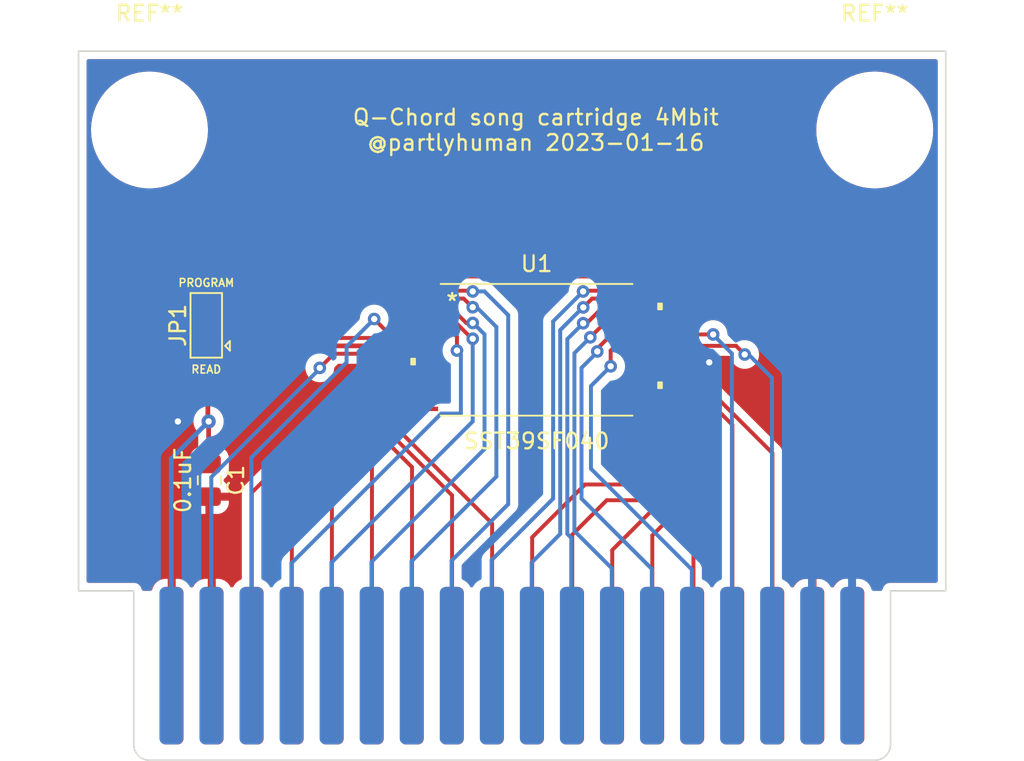
<source format=kicad_pcb>
(kicad_pcb (version 20211014) (generator pcbnew)
  (title_block (title "Q-Card 4Mbit Flash") (date "2023-01-16") (rev "1903842") (company "@partlyhuman"))
  (layers (0 "F.Cu" signal) (31 "B.Cu" signal) (34 "B.Paste" user) (35 "F.Paste" user) (36 "B.SilkS" user "B.Silkscreen") (37 "F.SilkS" user "F.Silkscreen") (38 "B.Mask" user) (39 "F.Mask" user) (44 "Edge.Cuts" user))
  (net 0 "")
  (net 1 "/VCC")
  (net 2 "/GND")
  (net 3 "/A16")
  (net 4 "/A15")
  (net 5 "/A12")
  (net 6 "/A7")
  (net 7 "/A6")
  (net 8 "/A5")
  (net 9 "/A4")
  (net 10 "/A3")
  (net 11 "/A2")
  (net 12 "/A1")
  (net 13 "/A0")
  (net 14 "/D0")
  (net 15 "/D1")
  (net 16 "/D2")
  (net 17 "/PGM")
  (net 18 "/A18")
  (net 19 "/A17")
  (net 20 "/A14")
  (net 21 "/A13")
  (net 22 "/A8")
  (net 23 "/A9")
  (net 24 "/A11")
  (net 25 "/OE")
  (net 26 "/A10")
  (net 27 "/CE")
  (net 28 "/D7")
  (net 29 "/D6")
  (net 30 "/D5")
  (net 31 "/D4")
  (net 32 "/D3")
  (net 33 "Net-(J1-Pad18)")
  (footprint "Jumper:SolderJumper-3_P1.3mm_Open_Pad1.0x1.5mm" (layer "F.Cu") (at 58.1 67.4 90)
    (fp_text reference "JP1" (at 0 -1.8 90) (layer "F.SilkS"))
    (fp_text value "SolderJumper_3_Open")
    (fp_line (start -2.05 -1) (end 2.05 -1) (layer "F.SilkS") (width 0.12))
    (fp_line (start 2.05 -1) (end 2.05 1) (layer "F.SilkS") (width 0.12))
    (fp_line (start -1.6 1.5) (end -1 1.5) (layer "F.SilkS") (width 0.12))
    (fp_line (start 2.05 1) (end -2.05 1) (layer "F.SilkS") (width 0.12))
    (fp_line (start -2.05 1) (end -2.05 -1) (layer "F.SilkS") (width 0.12))
    (fp_line (start -1.3 1.2) (end -1.6 1.5) (layer "F.SilkS") (width 0.12))
    (fp_line (start -1.3 1.2) (end -1 1.5) (layer "F.SilkS") (width 0.12))
    (pad "1" smd rect (at -1.3 0 90) (size 1 1.5) (layers "F.Cu" "F.Mask") (net 1 "/VCC"))
    (pad "2" smd rect (at 0 0 90) (size 1 1.5) (layers "F.Cu" "F.Mask") (net 17 "/PGM"))
    (pad "3" smd rect (at 1.3 0 90) (size 1 1.5) (layers "F.Cu" "F.Mask") (net 33 "Net-(J1-Pad18)"))
  )
  (footprint "MountingHole:MountingHole_6.4mm_M6" (layer "F.Cu") (at 54.5 55)
    (fp_text reference "REF**" (at 0 -7.4) (layer "F.SilkS"))
    (fp_text value "MountingHole_6.4mm_M6")
    (pad "" np_thru_hole circle (at 0 0) (size 6.4 6.4) (drill 6.4) (layers *.Cu *.Mask))
  )
  (footprint "REB_Flash:SST39SF040-55-4C-WHE-T" (layer "F.Cu") (at 79.050225 68.9525)
    (fp_text reference "U1" (at 0 -5.4525) (layer "F.SilkS"))
    (fp_text value "SST39SF040" (at 0 5.7975) (layer "F.SilkS"))
    (fp_text user "*" (at -5.350225 -3.0525) (layer "F.SilkS"))
    (fp_line (start -6.082791 4.1783) (end 6.082791 4.1783) (layer "F.SilkS") (width 0.12))
    (fp_line (start 6.082791 -4.1783) (end -6.082791 -4.1783) (layer "F.SilkS") (width 0.12))
    (fp_poly (pts (xy 7.957299 2.059501) (xy 7.957299 2.440501) (xy 7.703299 2.440501) (xy 7.703299 2.059501)) (layer "F.SilkS") (width 0.1) (fill solid))
    (fp_poly (pts (xy -7.957299 0.559501) (xy -7.957299 0.940501) (xy -7.703299 0.940501) (xy -7.703299 0.559501)) (layer "F.SilkS") (width 0.1) (fill solid))
    (fp_poly (pts (xy 7.957299 -2.9405) (xy 7.957299 -2.5595) (xy 7.703299 -2.5595) (xy 7.703299 -2.9405)) (layer "F.SilkS") (width 0.1) (fill solid))
    (pad "1" smd rect locked (at -6.848848 -3.75) (size 1.200899 0.2794) (layers "F.Cu" "F.Paste" "F.Mask") (net 24 "/A11"))
    (pad "2" smd rect locked (at -6.848848 -3.250001) (size 1.200899 0.2794) (layers "F.Cu" "F.Paste" "F.Mask") (net 23 "/A9"))
    (pad "3" smd rect locked (at -6.848848 -2.75) (size 1.200899 0.2794) (layers "F.Cu" "F.Paste" "F.Mask") (net 22 "/A8"))
    (pad "4" smd rect locked (at -6.848848 -2.250001) (size 1.200899 0.2794) (layers "F.Cu" "F.Paste" "F.Mask") (net 21 "/A13"))
    (pad "5" smd rect locked (at -6.848848 -1.749999) (size 1.200899 0.2794) (layers "F.Cu" "F.Paste" "F.Mask") (net 20 "/A14"))
    (pad "6" smd rect locked (at -6.848848 -1.25) (size 1.200899 0.2794) (layers "F.Cu" "F.Paste" "F.Mask") (net 19 "/A17"))
    (pad "7" smd rect locked (at -6.848848 -0.750001) (size 1.200899 0.2794) (layers "F.Cu" "F.Paste" "F.Mask") (net 17 "/PGM"))
    (pad "8" smd rect locked (at -6.848848 -0.25) (size 1.200899 0.2794) (layers "F.Cu" "F.Paste" "F.Mask") (net 1 "/VCC"))
    (pad "9" smd rect locked (at -6.848848 0.25) (size 1.200899 0.2794) (layers "F.Cu" "F.Paste" "F.Mask") (net 18 "/A18"))
    (pad "10" smd rect locked (at -6.848848 0.750001) (size 1.200899 0.2794) (layers "F.Cu" "F.Paste" "F.Mask") (net 3 "/A16"))
    (pad "11" smd rect locked (at -6.848848 1.25) (size 1.200899 0.2794) (layers "F.Cu" "F.Paste" "F.Mask") (net 4 "/A15"))
    (pad "12" smd rect locked (at -6.848848 1.749999) (size 1.200899 0.2794) (layers "F.Cu" "F.Paste" "F.Mask") (net 5 "/A12"))
    (pad "13" smd rect locked (at -6.848848 2.250001) (size 1.200899 0.2794) (layers "F.Cu" "F.Paste" "F.Mask") (net 6 "/A7"))
    (pad "14" smd rect locked (at -6.848848 2.75) (size 1.200899 0.2794) (layers "F.Cu" "F.Paste" "F.Mask") (net 7 "/A6"))
    (pad "15" smd rect locked (at -6.848848 3.250001) (size 1.200899 0.2794) (layers "F.Cu" "F.Paste" "F.Mask") (net 8 "/A5"))
    (pad "16" smd rect locked (at -6.848848 3.75) (size 1.200899 0.2794) (layers "F.Cu" "F.Paste" "F.Mask") (net 9 "/A4"))
    (pad "17" smd rect locked (at 6.848848 3.75) (size 1.200899 0.2794) (layers "F.Cu" "F.Paste" "F.Mask") (net 10 "/A3"))
    (pad "18" smd rect locked (at 6.848848 3.250001) (size 1.200899 0.2794) (layers "F.Cu" "F.Paste" "F.Mask") (net 11 "/A2"))
    (pad "19" smd rect locked (at 6.848848 2.75) (size 1.200899 0.2794) (layers "F.Cu" "F.Paste" "F.Mask") (net 12 "/A1"))
    (pad "20" smd rect locked (at 6.848848 2.250001) (size 1.200899 0.2794) (layers "F.Cu" "F.Paste" "F.Mask") (net 13 "/A0"))
    (pad "21" smd rect locked (at 6.848848 1.749999) (size 1.200899 0.2794) (layers "F.Cu" "F.Paste" "F.Mask") (net 14 "/D0"))
    (pad "22" smd rect locked (at 6.848848 1.25) (size 1.200899 0.2794) (layers "F.Cu" "F.Paste" "F.Mask") (net 15 "/D1"))
    (pad "23" smd rect locked (at 6.848848 0.750001) (size 1.200899 0.2794) (layers "F.Cu" "F.Paste" "F.Mask") (net 16 "/D2"))
    (pad "24" smd rect locked (at 6.848848 0.25) (size 1.200899 0.2794) (layers "F.Cu" "F.Paste" "F.Mask") (net 2 "/GND"))
    (pad "25" smd rect locked (at 6.848848 -0.25) (size 1.200899 0.2794) (layers "F.Cu" "F.Paste" "F.Mask") (net 32 "/D3"))
    (pad "26" smd rect locked (at 6.848848 -0.750001) (size 1.200899 0.2794) (layers "F.Cu" "F.Paste" "F.Mask") (net 31 "/D4"))
    (pad "27" smd rect locked (at 6.848848 -1.25) (size 1.200899 0.2794) (layers "F.Cu" "F.Paste" "F.Mask") (net 30 "/D5"))
    (pad "28" smd rect locked (at 6.848848 -1.749999) (size 1.200899 0.2794) (layers "F.Cu" "F.Paste" "F.Mask") (net 29 "/D6"))
    (pad "29" smd rect locked (at 6.848848 -2.250001) (size 1.200899 0.2794) (layers "F.Cu" "F.Paste" "F.Mask") (net 28 "/D7"))
    (pad "30" smd rect locked (at 6.848848 -2.75) (size 1.200899 0.2794) (layers "F.Cu" "F.Paste" "F.Mask") (net 27 "/CE"))
    (pad "31" smd rect locked (at 6.848848 -3.250001) (size 1.200899 0.2794) (layers "F.Cu" "F.Paste" "F.Mask") (net 26 "/A10"))
    (pad "32" smd rect locked (at 6.848848 -3.75) (size 1.200899 0.2794) (layers "F.Cu" "F.Paste" "F.Mask") (net 25 "/OE"))
  )
  (footprint "MountingHole:MountingHole_6.4mm_M6" (layer "F.Cu") (at 100.5 55)
    (fp_text reference "REF**" (at 0 -7.4) (layer "F.SilkS"))
    (fp_text value "MountingHole_6.4mm_M6")
    (pad "" np_thru_hole circle (at 0 0) (size 6.4 6.4) (drill 6.4) (layers *.Cu *.Mask))
  )
  (footprint "REB_Edge:REB_EdgeConnector_36pin" (layer "F.Cu") (at 77.5 89)
    (fp_text reference "J1" hide)
    (fp_text value "Conn_02x18_Top_Bottom")
    (pad "1" connect roundrect (at -21.59 0) (size 1.5 10) (layers "F.Cu" "F.Mask") (net 2 "/GND"))
    (pad "2" connect roundrect (at -19.05 0) (size 1.5 10) (layers "F.Cu" "F.Mask") (net 2 "/GND"))
    (pad "3" connect roundrect (at -16.51 0) (size 1.5 10) (layers "F.Cu" "F.Mask") (net 3 "/A16"))
    (pad "4" connect roundrect (at -13.97 0) (size 1.5 10) (layers "F.Cu" "F.Mask") (net 4 "/A15"))
    (pad "5" connect roundrect (at -11.43 0) (size 1.5 10) (layers "F.Cu" "F.Mask") (net 5 "/A12"))
    (pad "6" connect roundrect (at -8.89 0) (size 1.5 10) (layers "F.Cu" "F.Mask") (net 6 "/A7"))
    (pad "7" connect roundrect (at -6.35 0) (size 1.5 10) (layers "F.Cu" "F.Mask") (net 7 "/A6"))
    (pad "8" connect roundrect (at -3.81 0) (size 1.5 10) (layers "F.Cu" "F.Mask") (net 8 "/A5"))
    (pad "9" connect roundrect (at -1.27 0) (size 1.5 10) (layers "F.Cu" "F.Mask") (net 9 "/A4"))
    (pad "10" connect roundrect (at 1.27 0) (size 1.5 10) (layers "F.Cu" "F.Mask") (net 10 "/A3"))
    (pad "11" connect roundrect (at 3.81 0) (size 1.5 10) (layers "F.Cu" "F.Mask") (net 11 "/A2"))
    (pad "12" connect roundrect (at 6.35 0) (size 1.5 10) (layers "F.Cu" "F.Mask") (net 12 "/A1"))
    (pad "13" connect roundrect (at 8.89 0) (size 1.5 10) (layers "F.Cu" "F.Mask") (net 13 "/A0"))
    (pad "14" connect roundrect (at 11.43 0) (size 1.5 10) (layers "F.Cu" "F.Mask") (net 14 "/D0"))
    (pad "15" connect roundrect (at 13.97 0) (size 1.5 10) (layers "F.Cu" "F.Mask") (net 15 "/D1"))
    (pad "16" connect roundrect (at 16.51 0) (size 1.5 10) (layers "F.Cu" "F.Mask") (net 16 "/D2"))
    (pad "17" connect roundrect (at 19.05 0) (size 1.5 10) (layers "F.Cu" "F.Mask") (net 2 "/GND"))
    (pad "18" connect roundrect (at 21.59 0) (size 1.5 10) (layers "F.Cu" "F.Mask") (net 33 "Net-(J1-Pad18)"))
    (pad "19" connect roundrect (at -21.62 0) (size 1.5 10) (layers "B.Cu" "B.Mask") (net 1 "/VCC"))
    (pad "20" connect roundrect (at -19.08 0) (size 1.5 10) (layers "B.Cu" "B.Mask") (net 18 "/A18"))
    (pad "21" connect roundrect (at -16.54 0) (size 1.5 10) (layers "B.Cu" "B.Mask") (net 19 "/A17"))
    (pad "22" connect roundrect (at -14 0) (size 1.5 10) (layers "B.Cu" "B.Mask") (net 20 "/A14"))
    (pad "23" connect roundrect (at -11.46 0) (size 1.5 10) (layers "B.Cu" "B.Mask") (net 21 "/A13"))
    (pad "24" connect roundrect (at -8.92 0) (size 1.5 10) (layers "B.Cu" "B.Mask") (net 22 "/A8"))
    (pad "25" connect roundrect (at -6.38 0) (size 1.5 10) (layers "B.Cu" "B.Mask") (net 23 "/A9"))
    (pad "26" connect roundrect (at -3.84 0) (size 1.5 10) (layers "B.Cu" "B.Mask") (net 24 "/A11"))
    (pad "27" connect roundrect (at -1.3 0) (size 1.5 10) (layers "B.Cu" "B.Mask") (net 25 "/OE"))
    (pad "28" connect roundrect (at 1.24 0) (size 1.5 10) (layers "B.Cu" "B.Mask") (net 26 "/A10"))
    (pad "29" connect roundrect (at 3.78 0) (size 1.5 10) (layers "B.Cu" "B.Mask") (net 27 "/CE"))
    (pad "30" connect roundrect (at 6.32 0) (size 1.5 10) (layers "B.Cu" "B.Mask") (net 28 "/D7"))
    (pad "31" connect roundrect (at 8.86 0) (size 1.5 10) (layers "B.Cu" "B.Mask") (net 29 "/D6"))
    (pad "32" connect roundrect (at 11.4 0) (size 1.5 10) (layers "B.Cu" "B.Mask") (net 30 "/D5"))
    (pad "33" connect roundrect (at 13.94 0) (size 1.5 10) (layers "B.Cu" "B.Mask") (net 31 "/D4"))
    (pad "34" connect roundrect (at 16.48 0) (size 1.5 10) (layers "B.Cu" "B.Mask") (net 32 "/D3"))
    (pad "35" connect roundrect (at 19.02 0) (size 1.5 10) (layers "B.Cu" "B.Mask") (net 2 "/GND"))
    (pad "36" connect roundrect (at 21.56 0) (size 1.5 10) (layers "B.Cu" "B.Mask") (net 2 "/GND"))
  )
  (footprint "Capacitor_SMD:C_0805_2012Metric_Pad1.18x1.45mm_HandSolder" (layer "F.Cu") (at 58.3 77.2375 -90)
    (fp_text reference "C1" (at 0 -1.68 90) (layer "F.SilkS"))
    (fp_text value "0.1uF" (at 0 1.68 90) (layer "F.SilkS"))
    (fp_line (start -0.261252 0.735) (end 0.261252 0.735) (layer "F.SilkS") (width 0.12))
    (fp_line (start -0.261252 -0.735) (end 0.261252 -0.735) (layer "F.SilkS") (width 0.12))
    (pad "1" smd roundrect (at -1.0375 0 270) (size 1.175 1.45) (layers "F.Cu" "F.Paste" "F.Mask") (roundrect_rratio 0.2127659574) (net 1 "/VCC"))
    (pad "2" smd roundrect (at 1.0375 0 270) (size 1.175 1.45) (layers "F.Cu" "F.Paste" "F.Mask") (roundrect_rratio 0.2127659574) (net 2 "/GND"))
  )
  (gr_line (start 105 84.25) (end 105 50) (layer "Edge.Cuts") (width 0.1))
  (gr_line (start 50 50) (end 50 84.25) (layer "Edge.Cuts") (width 0.1))
  (gr_arc (start 54.5 95) (mid 53.792893 94.707107) (end 53.5 94) (layer "Edge.Cuts") (width 0.1))
  (gr_arc (start 101.5 94) (mid 101.207107 94.707107) (end 100.5 95) (layer "Edge.Cuts") (width 0.1))
  (gr_line (start 101.5 84.25) (end 105 84.25) (layer "Edge.Cuts") (width 0.1))
  (gr_line (start 100.5 95) (end 54.5 95) (layer "Edge.Cuts") (width 0.1))
  (gr_line (start 50 84.25) (end 53.5 84.25) (layer "Edge.Cuts") (width 0.1))
  (gr_line (start 50 50) (end 105 50) (layer "Edge.Cuts") (width 0.1))
  (gr_line (start 53.5 84.25) (end 53.5 94) (layer "Edge.Cuts") (width 0.1))
  (gr_line (start 101.5 94) (end 101.5 84.25) (layer "Edge.Cuts") (width 0.1))
  (gr_text "READ" (at 58.1 70.2) (layer "F.SilkS") (effects (font (size 0.5 0.5) (thickness 0.1))))
  (gr_text "PROGRAM" (at 58.1 64.7) (layer "F.SilkS") (effects (font (size 0.5 0.5) (thickness 0.1))))
  (gr_text "Q-Chord song cartridge 4Mbit\n${COMPANY} ${ISSUE_DATE}" (at 79 55) (layer "F.SilkS") (effects (font (size 1 1))))
  (segment (start 58.25 73.5) (end 58.2 73.45) (width 0.3) (layer "F.Cu") (net 1))
  (segment (start 58.25 76.15) (end 58.3 76.2) (width 0.3) (layer "F.Cu") (net 1))
  (segment (start 58.2 73.45) (end 58.2 68.8) (width 0.3) (layer "F.Cu") (net 1))
  (segment (start 58.1 68.7) (end 58.1025 68.7025) (width 0.3) (layer "F.Cu") (net 1))
  (segment (start 58.1025 68.7025) (end 72.201377 68.7025) (width 0.3) (layer "F.Cu") (net 1))
  (segment (start 58.2 68.8) (end 58.1 68.7) (width 0.3) (layer "F.Cu") (net 1))
  (segment (start 58.25 73.5) (end 58.25 76.15) (width 0.3) (layer "F.Cu") (net 1))
  (via (at 58.25 73.5) (size 0.9) (drill 0.4) (layers "F.Cu" "B.Cu") (net 1))
  (segment (start 58.25 73.5) (end 55.88 75.87) (width 0.3) (layer "B.Cu") (net 1))
  (segment (start 55.88 75.87) (end 55.88 89) (width 0.3) (layer "B.Cu") (net 1))
  (segment (start 85.899073 69.2025) (end 89.4525 69.2025) (width 0.3) (layer "F.Cu") (net 2))
  (segment (start 89.4525 69.2025) (end 90 69.75) (width 0.3) (layer "F.Cu") (net 2))
  (via (at 90 69.75) (size 0.9) (drill 0.4) (layers "F.Cu" "B.Cu") (net 2))
  (via (at 56.3 73.5) (size 0.8) (drill 0.4) (layers "F.Cu" "B.Cu") (net 2))
  (segment (start 60.99 89) (end 60.99 78.01) (width 0.25) (layer "F.Cu") (net 3))
  (segment (start 69.297499 69.702501) (end 72.201377 69.702501) (width 0.25) (layer "F.Cu") (net 3))
  (segment (start 60.99 78.01) (end 69.297499 69.702501) (width 0.25) (layer "F.Cu") (net 3))
  (segment (start 69.512201 70.237799) (end 71.75 70.237799) (width 0.25) (layer "F.Cu") (net 4))
  (segment (start 63.53 89) (end 63.53 76.22) (width 0.25) (layer "F.Cu") (net 4))
  (segment (start 63.53 76.22) (end 69.512201 70.237799) (width 0.25) (layer "F.Cu") (net 4))
  (segment (start 66.07 74.361802) (end 69.729303 70.702499) (width 0.25) (layer "F.Cu") (net 5))
  (segment (start 66.07 89) (end 66.07 74.361802) (width 0.25) (layer "F.Cu") (net 5))
  (segment (start 69.729303 70.702499) (end 72.201377 70.702499) (width 0.25) (layer "F.Cu") (net 5))
  (segment (start 68.61 72.458198) (end 69.865697 71.202501) (width 0.25) (layer "F.Cu") (net 6))
  (segment (start 68.61 89) (end 68.61 72.458198) (width 0.25) (layer "F.Cu") (net 6))
  (segment (start 69.865697 71.202501) (end 72.201377 71.202501) (width 0.25) (layer "F.Cu") (net 6))
  (segment (start 71.15 89) (end 71.15 76.4) (width 0.25) (layer "F.Cu") (net 7))
  (segment (start 69.25 74.5) (end 69.25 72.5) (width 0.25) (layer "F.Cu") (net 7))
  (segment (start 71.15 76.4) (end 69.25 74.5) (width 0.25) (layer "F.Cu") (net 7))
  (segment (start 70.0475 71.7025) (end 72.201377 71.7025) (width 0.25) (layer "F.Cu") (net 7))
  (segment (start 69.25 72.5) (end 70.0475 71.7025) (width 0.25) (layer "F.Cu") (net 7))
  (segment (start 73.69 78.19) (end 69.75 74.25) (width 0.25) (layer "F.Cu") (net 8))
  (segment (start 69.75 74.25) (end 69.75 72.75) (width 0.25) (layer "F.Cu") (net 8))
  (segment (start 73.69 89) (end 73.69 78.19) (width 0.25) (layer "F.Cu") (net 8))
  (segment (start 70.297499 72.202501) (end 72.201377 72.202501) (width 0.25) (layer "F.Cu") (net 8))
  (segment (start 69.75 72.75) (end 70.297499 72.202501) (width 0.25) (layer "F.Cu") (net 8))
  (segment (start 70.2 72.993198) (end 70.490698 72.7025) (width 0.25) (layer "F.Cu") (net 9))
  (segment (start 76.23 79.98) (end 70.2 73.95) (width 0.25) (layer "F.Cu") (net 9))
  (segment (start 76.23 89) (end 76.23 79.98) (width 0.25) (layer "F.Cu") (net 9))
  (segment (start 70.2 73.95) (end 70.2 72.993198) (width 0.25) (layer "F.Cu") (net 9))
  (segment (start 70.490698 72.7025) (end 72.201377 72.7025) (width 0.25) (layer "F.Cu") (net 9))
  (segment (start 78.77 80.855) (end 82.125 77.5) (width 0.25) (layer "F.Cu") (net 10))
  (segment (start 85.75 77.5) (end 87.1 76.15) (width 0.25) (layer "F.Cu") (net 10))
  (segment (start 86.816104 72.7025) (end 85.899073 72.7025) (width 0.25) (layer "F.Cu") (net 10))
  (segment (start 82.125 77.5) (end 85.75 77.5) (width 0.25) (layer "F.Cu") (net 10))
  (segment (start 78.77 89) (end 78.77 80.855) (width 0.25) (layer "F.Cu") (net 10))
  (segment (start 87.1 76.15) (end 87.1 72.986396) (width 0.25) (layer "F.Cu") (net 10))
  (segment (start 87.1 72.986396) (end 86.816104 72.7025) (width 0.25) (layer "F.Cu") (net 10))
  (segment (start 81.31 80.69) (end 83.5 78.5) (width 0.25) (layer "F.Cu") (net 11))
  (segment (start 83.5 78.5) (end 85.886396 78.5) (width 0.25) (layer "F.Cu") (net 11))
  (segment (start 81.31 89) (end 81.31 80.69) (width 0.25) (layer "F.Cu") (net 11))
  (segment (start 86.952501 72.202501) (end 85.899073 72.202501) (width 0.25) (layer "F.Cu") (net 11))
  (segment (start 87.55 72.8) (end 86.952501 72.202501) (width 0.25) (layer "F.Cu") (net 11))
  (segment (start 85.886396 78.5) (end 87.55 76.836396) (width 0.25) (layer "F.Cu") (net 11))
  (segment (start 87.55 76.836396) (end 87.55 72.8) (width 0.25) (layer "F.Cu") (net 11))
  (segment (start 88 77.511396) (end 88 72.5) (width 0.25) (layer "F.Cu") (net 12))
  (segment (start 83.85 89) (end 83.85 81.661396) (width 0.25) (layer "F.Cu") (net 12))
  (segment (start 88 72.5) (end 87.2025 71.7025) (width 0.25) (layer "F.Cu") (net 12))
  (segment (start 87.2025 71.7025) (end 85.899073 71.7025) (width 0.25) (layer "F.Cu") (net 12))
  (segment (start 83.85 81.661396) (end 88 77.511396) (width 0.25) (layer "F.Cu") (net 12))
  (segment (start 88.5 78.625) (end 88.5 72.25) (width 0.25) (layer "F.Cu") (net 13))
  (segment (start 86.39 80.735) (end 88.5 78.625) (width 0.25) (layer "F.Cu") (net 13))
  (segment (start 87.452501 71.202501) (end 85.899073 71.202501) (width 0.25) (layer "F.Cu") (net 13))
  (segment (start 86.39 89) (end 86.39 80.735) (width 0.25) (layer "F.Cu") (net 13))
  (segment (start 88.5 72.25) (end 87.452501 71.202501) (width 0.25) (layer "F.Cu") (net 13))
  (segment (start 89 88.93) (end 89 72) (width 0.25) (layer "F.Cu") (net 14))
  (segment (start 88.93 89) (end 89 88.93) (width 0.25) (layer "F.Cu") (net 14))
  (segment (start 87.702499 70.702499) (end 85.899073 70.702499) (width 0.25) (layer "F.Cu") (net 14))
  (segment (start 89 72) (end 87.702499 70.702499) (width 0.25) (layer "F.Cu") (net 14))
  (segment (start 91.47 73.72) (end 87.9525 70.2025) (width 0.25) (layer "F.Cu") (net 15))
  (segment (start 87.9525 70.2025) (end 85.899073 70.2025) (width 0.25) (layer "F.Cu") (net 15))
  (segment (start 91.47 89) (end 91.47 73.72) (width 0.25) (layer "F.Cu") (net 15))
  (segment (start 88.202501 69.702501) (end 85.899073 69.702501) (width 0.25) (layer "F.Cu") (net 16))
  (segment (start 94.01 89) (end 94.01 75.51) (width 0.25) (layer "F.Cu") (net 16))
  (segment (start 94.01 75.51) (end 88.202501 69.702501) (width 0.25) (layer "F.Cu") (net 16))
  (segment (start 65.8 67.4) (end 66.602499 68.202499) (width 0.25) (layer "F.Cu") (net 17))
  (segment (start 66.602499 68.202499) (end 72.201377 68.202499) (width 0.25) (layer "F.Cu") (net 17))
  (segment (start 58.1 67.4) (end 65.8 67.4) (width 0.25) (layer "F.Cu") (net 17))
  (segment (start 66.1975 69.2025) (end 72.201377 69.2025) (width 0.25) (layer "F.Cu") (net 18))
  (segment (start 65.3 70.1) (end 66.1975 69.2025) (width 0.25) (layer "F.Cu") (net 18))
  (via (at 65.3 70.1) (size 0.8) (drill 0.4) (layers "F.Cu" "B.Cu") (net 18))
  (segment (start 65.3 70.152) (end 58.42 77.032) (width 0.25) (layer "B.Cu") (net 18))
  (segment (start 58.42 77.032) (end 58.42 89) (width 0.25) (layer "B.Cu") (net 18))
  (segment (start 65.3 70.1) (end 65.3 70.152) (width 0.25) (layer "B.Cu") (net 18))
  (segment (start 68.75 67) (end 69.4525 67.7025) (width 0.25) (layer "F.Cu") (net 19))
  (segment (start 69.4525 67.7025) (end 72.201377 67.7025) (width 0.25) (layer "F.Cu") (net 19))
  (via (at 68.75 67) (size 0.8) (drill 0.4) (layers "F.Cu" "B.Cu") (net 19))
  (segment (start 68.75 67) (end 67 68.75) (width 0.25) (layer "B.Cu") (net 19))
  (segment (start 67 69.75) (end 60.96 75.79) (width 0.25) (layer "B.Cu") (net 19))
  (segment (start 67 68.75) (end 67 69.75) (width 0.25) (layer "B.Cu") (net 19))
  (segment (start 60.96 75.79) (end 60.96 89) (width 0.25) (layer "B.Cu") (net 19))
  (segment (start 74 69) (end 74 68.110974) (width 0.25) (layer "F.Cu") (net 20))
  (segment (start 74 68.110974) (end 73.091527 67.202501) (width 0.25) (layer "F.Cu") (net 20))
  (segment (start 73.091527 67.202501) (end 72.201377 67.202501) (width 0.25) (layer "F.Cu") (net 20))
  (via (at 74 69) (size 0.8) (drill 0.4) (layers "F.Cu" "B.Cu") (net 20))
  (segment (start 63.5 89) (end 63.5 82.5) (width 0.25) (layer "B.Cu") (net 20))
  (segment (start 74.25 69.25) (end 74 69) (width 0.25) (layer "B.Cu") (net 20))
  (segment (start 73 73) (end 74.25 73) (width 0.25) (layer "B.Cu") (net 20))
  (segment (start 74.25 73) (end 74.25 69.25) (width 0.25) (layer "B.Cu") (net 20))
  (segment (start 63.5 82.5) (end 73 73) (width 0.25) (layer "B.Cu") (net 20))
  (segment (start 74.952238 68.25) (end 73.404737 66.702499) (width 0.25) (layer "F.Cu") (net 21))
  (segment (start 73.404737 66.702499) (end 72.201377 66.702499) (width 0.25) (layer "F.Cu") (net 21))
  (segment (start 75 68.25) (end 74.952238 68.25) (width 0.25) (layer "F.Cu") (net 21))
  (via (at 75 68.25) (size 0.8) (drill 0.4) (layers "F.Cu" "B.Cu") (net 21))
  (segment (start 75 73.5) (end 75 68.25) (width 0.25) (layer "B.Cu") (net 21))
  (segment (start 66.04 89) (end 66.04 82.46) (width 0.25) (layer "B.Cu") (net 21))
  (segment (start 66.04 82.46) (end 75 73.5) (width 0.25) (layer "B.Cu") (net 21))
  (segment (start 75 67.25) (end 74.588634 67.25) (width 0.25) (layer "F.Cu") (net 22))
  (segment (start 73.541134 66.2025) (end 72.201377 66.2025) (width 0.25) (layer "F.Cu") (net 22))
  (segment (start 74.588634 67.25) (end 73.541134 66.2025) (width 0.25) (layer "F.Cu") (net 22))
  (via (at 75 67.25) (size 0.8) (drill 0.4) (layers "F.Cu" "B.Cu") (net 22))
  (segment (start 68.58 82.42) (end 68.58 89) (width 0.25) (layer "B.Cu") (net 22))
  (segment (start 75.75 67.974695) (end 75.75 75.25) (width 0.25) (layer "B.Cu") (net 22))
  (segment (start 75 67.25) (end 75.025305 67.25) (width 0.25) (layer "B.Cu") (net 22))
  (segment (start 75.75 75.25) (end 68.58 82.42) (width 0.25) (layer "B.Cu") (net 22))
  (segment (start 75.025305 67.25) (end 75.75 67.974695) (width 0.25) (layer "B.Cu") (net 22))
  (segment (start 74.975192 66.250497) (end 74.427194 65.702499) (width 0.25) (layer "F.Cu") (net 23))
  (segment (start 75 66.250497) (end 74.975192 66.250497) (width 0.25) (layer "F.Cu") (net 23))
  (segment (start 74.427194 65.702499) (end 72.201377 65.702499) (width 0.25) (layer "F.Cu") (net 23))
  (via (at 75 66.250497) (size 0.8) (drill 0.4) (layers "F.Cu" "B.Cu") (net 23))
  (segment (start 76.5 67.5) (end 76.5 77) (width 0.25) (layer "B.Cu") (net 23))
  (segment (start 76.5 77) (end 71.12 82.38) (width 0.25) (layer "B.Cu") (net 23))
  (segment (start 75.250497 66.250497) (end 76.5 67.5) (width 0.25) (layer "B.Cu") (net 23))
  (segment (start 75 66.250497) (end 75.250497 66.250497) (width 0.25) (layer "B.Cu") (net 23))
  (segment (start 71.12 82.38) (end 71.12 89) (width 0.25) (layer "B.Cu") (net 23))
  (segment (start 75 65.25) (end 74.9525 65.2025) (width 0.25) (layer "F.Cu") (net 24))
  (segment (start 74.9525 65.2025) (end 72.201377 65.2025) (width 0.25) (layer "F.Cu") (net 24))
  (via (at 75 65.25) (size 0.8) (drill 0.4) (layers "F.Cu" "B.Cu") (net 24))
  (segment (start 77.25 66.75) (end 77.25 78.75) (width 0.25) (layer "B.Cu") (net 24))
  (segment (start 75.75 65.25) (end 77.25 66.75) (width 0.25) (layer "B.Cu") (net 24))
  (segment (start 77.25 78.75) (end 73.66 82.34) (width 0.25) (layer "B.Cu") (net 24))
  (segment (start 73.66 82.34) (end 73.66 89) (width 0.25) (layer "B.Cu") (net 24))
  (segment (start 75 65.25) (end 75.75 65.25) (width 0.25) (layer "B.Cu") (net 24))
  (segment (start 82.0475 65.2025) (end 85.899073 65.2025) (width 0.25) (layer "F.Cu") (net 25))
  (segment (start 82 65.25) (end 82.0475 65.2025) (width 0.25) (layer "F.Cu") (net 25))
  (via (at 82 65.25) (size 0.8) (drill 0.4) (layers "F.Cu" "B.Cu") (net 25))
  (segment (start 80.1 78.4) (end 76.2 82.3) (width 0.25) (layer "B.Cu") (net 25))
  (segment (start 82 65.25) (end 80.1 67.15) (width 0.25) (layer "B.Cu") (net 25))
  (segment (start 80.1 67.15) (end 80.1 78.4) (width 0.25) (layer "B.Cu") (net 25))
  (segment (start 76.2 82.3) (end 76.2 89) (width 0.25) (layer "B.Cu") (net 25))
  (segment (start 82.012548 66.262051) (end 82.5721 65.702499) (width 0.25) (layer "F.Cu") (net 26))
  (segment (start 82.5721 65.702499) (end 85.899073 65.702499) (width 0.25) (layer "F.Cu") (net 26))
  (via (at 82.012548 66.262051) (size 0.8) (drill 0.4) (layers "F.Cu" "B.Cu") (net 26))
  (segment (start 81.987949 66.262051) (end 80.55 67.7) (width 0.25) (layer "B.Cu") (net 26))
  (segment (start 80.55 67.7) (end 80.55 80.643198) (width 0.25) (layer "B.Cu") (net 26))
  (segment (start 80.55 80.643198) (end 78.74 82.453198) (width 0.25) (layer "B.Cu") (net 26))
  (segment (start 82.012548 66.262051) (end 81.987949 66.262051) (width 0.25) (layer "B.Cu") (net 26))
  (segment (start 78.74 82.453198) (end 78.74 89) (width 0.25) (layer "B.Cu") (net 26))
  (segment (start 83.2975 66.2025) (end 85.899073 66.2025) (width 0.25) (layer "F.Cu") (net 27))
  (segment (start 82.231891 67.268109) (end 83.2975 66.2025) (width 0.25) (layer "F.Cu") (net 27))
  (segment (start 82.00649 67.268109) (end 82.231891 67.268109) (width 0.25) (layer "F.Cu") (net 27))
  (via (at 82.00649 67.268109) (size 0.8) (drill 0.4) (layers "F.Cu" "B.Cu") (net 27))
  (segment (start 81 68.274599) (end 81 80.636396) (width 0.25) (layer "B.Cu") (net 27))
  (segment (start 81.25 80.886396) (end 81.25 88.97) (width 0.25) (layer "B.Cu") (net 27))
  (segment (start 81 80.636396) (end 81.25 80.886396) (width 0.25) (layer "B.Cu") (net 27))
  (segment (start 82.00649 67.268109) (end 81 68.274599) (width 0.25) (layer "B.Cu") (net 27))
  (segment (start 81.25 88.97) (end 81.28 89) (width 0.25) (layer "B.Cu") (net 27))
  (segment (start 83.91496 66.702499) (end 85.899073 66.702499) (width 0.25) (layer "F.Cu") (net 28))
  (segment (start 82.457275 68.160184) (end 83.91496 66.702499) (width 0.25) (layer "F.Cu") (net 28))
  (via (at 82.457275 68.160184) (size 0.8) (drill 0.4) (layers "F.Cu" "B.Cu") (net 28))
  (segment (start 83.82 82.82) (end 83.82 89) (width 0.25) (layer "B.Cu") (net 28))
  (segment (start 81.45 69.167459) (end 81.45 80.45) (width 0.25) (layer "B.Cu") (net 28))
  (segment (start 82.457275 68.160184) (end 81.45 69.167459) (width 0.25) (layer "B.Cu") (net 28))
  (segment (start 81.45 80.45) (end 83.82 82.82) (width 0.25) (layer "B.Cu") (net 28))
  (segment (start 82.901613 68.879637) (end 84.578749 67.202501) (width 0.25) (layer "F.Cu") (net 29))
  (segment (start 84.578749 67.202501) (end 85.899073 67.202501) (width 0.25) (layer "F.Cu") (net 29))
  (segment (start 82.901613 69.055488) (end 82.901613 68.879637) (width 0.25) (layer "F.Cu") (net 29))
  (via (at 82.901613 69.055488) (size 0.8) (drill 0.4) (layers "F.Cu" "B.Cu") (net 29))
  (segment (start 86.36 82.86) (end 86.36 89) (width 0.25) (layer "B.Cu") (net 29))
  (segment (start 81.9 78.4) (end 86.36 82.86) (width 0.25) (layer "B.Cu") (net 29))
  (segment (start 81.9 70.100476) (end 81.9 78.4) (width 0.25) (layer "B.Cu") (net 29))
  (segment (start 82.901613 69.055488) (end 82.901613 69.098863) (width 0.25) (layer "B.Cu") (net 29))
  (segment (start 82.901613 69.098863) (end 81.9 70.100476) (width 0.25) (layer "B.Cu") (net 29))
  (segment (start 83.75 70) (end 83.75 69) (width 0.25) (layer "F.Cu") (net 30))
  (segment (start 83.75 69) (end 85.0475 67.7025) (width 0.25) (layer "F.Cu") (net 30))
  (segment (start 85.0475 67.7025) (end 85.899073 67.7025) (width 0.25) (layer "F.Cu") (net 30))
  (via (at 83.75 70) (size 0.8) (drill 0.4) (layers "F.Cu" "B.Cu") (net 30))
  (segment (start 83.75 70) (end 82.5 71.25) (width 0.25) (layer "B.Cu") (net 30))
  (segment (start 82.5 76.5) (end 88.9 82.9) (width 0.25) (layer "B.Cu") (net 30))
  (segment (start 88.9 82.9) (end 88.9 89) (width 0.25) (layer "B.Cu") (net 30))
  (segment (start 82.5 71.25) (end 82.5 76.5) (width 0.25) (layer "B.Cu") (net 30))
  (segment (start 89.176998 67.978) (end 88.952499 68.202499) (width 0.25) (layer "F.Cu") (net 31))
  (segment (start 90.25 67.978) (end 89.176998 67.978) (width 0.25) (layer "F.Cu") (net 31))
  (segment (start 88.952499 68.202499) (end 85.899073 68.202499) (width 0.25) (layer "F.Cu") (net 31))
  (via (at 90.25 67.978) (size 0.8) (drill 0.4) (layers "F.Cu" "B.Cu") (net 31))
  (segment (start 91.44 69.19) (end 91.44 89) (width 0.25) (layer "B.Cu") (net 31))
  (segment (start 90.25 67.978) (end 90.25 68) (width 0.25) (layer "B.Cu") (net 31))
  (segment (start 90.25 68) (end 91.44 69.19) (width 0.25) (layer "B.Cu") (net 31))
  (segment (start 92.25 69.25) (end 91.7025 68.7025) (width 0.25) (layer "F.Cu") (net 32))
  (segment (start 91.7025 68.7025) (end 85.899073 68.7025) (width 0.25) (layer "F.Cu") (net 32))
  (via (at 92.25 69.25) (size 0.8) (drill 0.4) (layers "F.Cu" "B.Cu") (net 32))
  (segment (start 92.25 69.25) (end 92.5 69.25) (width 0.25) (layer "B.Cu") (net 32))
  (segment (start 92.5 69.25) (end 93.98 70.73) (width 0.25) (layer "B.Cu") (net 32))
  (segment (start 93.98 70.73) (end 93.98 89) (width 0.25) (layer "B.Cu") (net 32))
  (segment (start 99.1 88.99) (end 99.1 72.35) (width 0.25) (layer "F.Cu") (net 33))
  (segment (start 99.1 72.35) (end 91.05 64.3) (width 0.25) (layer "F.Cu") (net 33))
  (segment (start 99.09 89) (end 99.1 88.99) (width 0.25) (layer "F.Cu") (net 33))
  (segment (start 59.1 66.1) (end 58.1 66.1) (width 0.25) (layer "F.Cu") (net 33))
  (segment (start 60.9 64.3) (end 59.1 66.1) (width 0.25) (layer "F.Cu") (net 33))
  (segment (start 91.05 64.3) (end 60.9 64.3) (width 0.25) (layer "F.Cu") (net 33))
  (zone (net 2) (net_name "/GND") (layers F&B.Cu) (connect_pads (clearance 0.508)) (min_thickness 0.254) (fill yes (thermal_gap 0.508) (thermal_bridge_width 0.508))
    (polygon (pts (xy 105 80) (xy 105 84.25) (xy 50 84.25) (xy 50 50) (xy 105 50)))
  )
)
</source>
